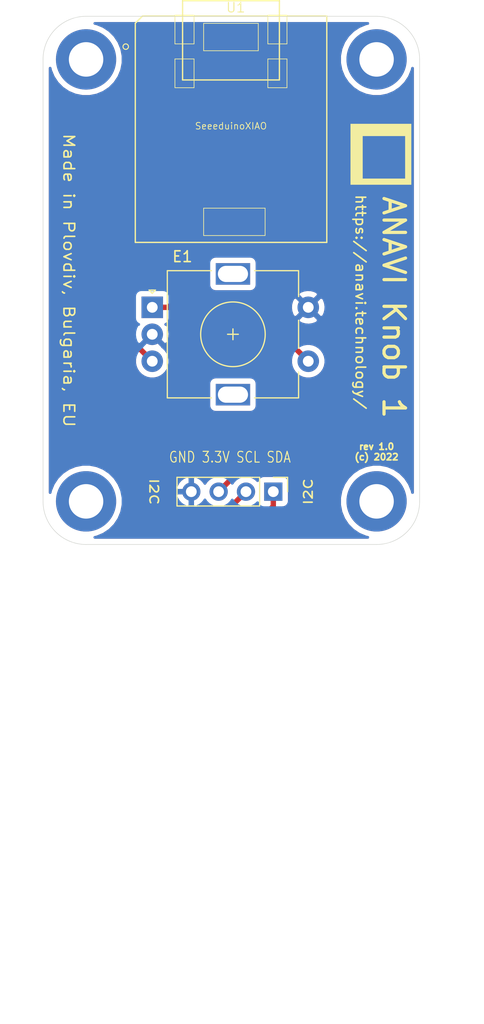
<source format=kicad_pcb>
(kicad_pcb (version 20171130) (host pcbnew 5.1.5+dfsg1-2build2)
  (layers (0 F.Cu signal) (31 B.Cu signal) (34 B.Paste user) (35 F.Paste user) (36 B.SilkS user) (37 F.SilkS user) (38 B.Mask user) (39 F.Mask user) (44 Edge.Cuts user))
  (net 0 "")
  (net 1 "Net-(E1-PadS1)")
  (net 2 GND)
  (net 3 "Net-(E1-PadB)")
  (net 4 "Net-(E1-PadA)")
  (net 5 "Net-(J1-Pad1)")
  (net 6 "Net-(J1-Pad2)")
  (net 7 +3V3)
  (module logo:anavi-logo (layer F.Cu) (at 140.4 59.3 270)
    (fp_text reference G*** hide)
    (fp_text value LOGO hide)
    (fp_poly (pts (xy 2.822222 2.822222) (xy -2.822222 2.822222) (xy -2.822222 -2.257778) (xy -1.693333 -2.257778) (xy -1.693333 1.693334) (xy 2.257778 1.693334) (xy 2.257778 -2.257778) (xy -1.693333 -2.257778) (xy -2.822222 -2.257778) (xy -2.822222 -2.822222) (xy 2.822222 -2.822222) (xy 2.822222 2.822222)) (layer F.SilkS) (width 0.01))
  )
  (module MountingHole:MountingHole_3.2mm_M3_DIN965_Pad (layer F.Cu) (at 113 91.5)
    (fp_text reference REF** hide)
    (fp_text value MountingHole_3.2mm_M3_DIN965_Pad hide)
    (pad 4 thru_hole circle (at 0 0) (size 5.6 5.6) (drill 3.2) (layers *.Cu *.Mask))
  )
  (module MountingHole:MountingHole_3.2mm_M3_DIN965_Pad (layer F.Cu) (at 140 91.5)
    (fp_text reference REF** hide)
    (fp_text value MountingHole_3.2mm_M3_DIN965_Pad hide)
    (pad 3 thru_hole circle (at 0 0) (size 5.6 5.6) (drill 3.2) (layers *.Cu *.Mask))
  )
  (module MountingHole:MountingHole_3.2mm_M3_DIN965_Pad (layer F.Cu) (at 113 50.5)
    (fp_text reference REF** hide)
    (fp_text value MountingHole_3.2mm_M3_DIN965_Pad hide)
    (pad 1 thru_hole circle (at 0 0) (size 5.6 5.6) (drill 3.2) (layers *.Cu *.Mask))
  )
  (module MountingHole:MountingHole_3.2mm_M3_DIN965_Pad (layer F.Cu) (at 140 50.5)
    (fp_text reference REF** hide)
    (fp_text value MountingHole_3.2mm_M3_DIN965_Pad hide)
    (pad 2 thru_hole circle (at 0 0) (size 5.6 5.6) (drill 3.2) (layers *.Cu *.Mask))
  )
  (module Rotary_Encoder:RotaryEncoder_Alps_EC11E-Switch_Vertical_H20mm (layer F.Cu) (at 119.15 73.5)
    (fp_text reference E1 (at 2.8 -4.7) (layer F.SilkS))
    (fp_text value Rotary_Encoder_Switch)
    (fp_line (start 7 2.5) (end 8 2.5) (layer F.SilkS) (width 0.12))
    (fp_line (start 7.5 2) (end 7.5 3) (layer F.SilkS) (width 0.12))
    (fp_line (start 13.6 6) (end 13.6 8.4) (layer F.SilkS) (width 0.12))
    (fp_line (start 13.6 1.2) (end 13.6 3.8) (layer F.SilkS) (width 0.12))
    (fp_line (start 13.6 -3.4) (end 13.6 -1) (layer F.SilkS) (width 0.12))
    (fp_line (start 0.3 -1.6) (end 0 -1.3) (layer F.SilkS) (width 0.12))
    (fp_line (start -0.3 -1.6) (end 0.3 -1.6) (layer F.SilkS) (width 0.12))
    (fp_line (start 0 -1.3) (end -0.3 -1.6) (layer F.SilkS) (width 0.12))
    (fp_line (start 1.4 -3.4) (end 1.4 8.4) (layer F.SilkS) (width 0.12))
    (fp_line (start 5.5 -3.4) (end 1.4 -3.4) (layer F.SilkS) (width 0.12))
    (fp_line (start 5.5 8.4) (end 1.4 8.4) (layer F.SilkS) (width 0.12))
    (fp_line (start 13.6 8.4) (end 9.5 8.4) (layer F.SilkS) (width 0.12))
    (fp_line (start 9.5 -3.4) (end 13.6 -3.4) (layer F.SilkS) (width 0.12))
    (fp_circle (center 7.5 2.5) (end 10.5 2.5) (layer F.SilkS) (width 0.12))
    (pad S1 thru_hole circle (at 14.5 5) (size 2 2) (drill 1) (layers *.Cu *.Mask) (net 1 "Net-(E1-PadS1)"))
    (pad S2 thru_hole circle (at 14.5 0) (size 2 2) (drill 1) (layers *.Cu *.Mask) (net 2 GND))
    (pad MP thru_hole rect (at 7.5 8.1) (size 3.2 2) (drill oval 2.8 1.5) (layers *.Cu *.Mask))
    (pad MP thru_hole rect (at 7.5 -3.1) (size 3.2 2) (drill oval 2.8 1.5) (layers *.Cu *.Mask))
    (pad B thru_hole circle (at 0 5) (size 2 2) (drill 1) (layers *.Cu *.Mask) (net 3 "Net-(E1-PadB)"))
    (pad C thru_hole circle (at 0 2.5) (size 2 2) (drill 1) (layers *.Cu *.Mask) (net 2 GND))
    (pad A thru_hole rect (at 0 0) (size 2 2) (drill 1) (layers *.Cu *.Mask) (net 4 "Net-(E1-PadA)"))
  )
  (module Connector_PinHeader_2.54mm:PinHeader_1x04_P2.54mm_Vertical (layer F.Cu) (at 130.4 90.6 270)
    (fp_text reference I2C (at 0 -3.25 90) (layer F.SilkS) (effects (font (size 0.8 1))))
    (fp_text value Conn_01x04_Female hide)
    (fp_line (start -1.33 8.95) (end 1.33 8.95) (layer F.SilkS) (width 0.12))
    (fp_line (start -1.33 1.27) (end -1.33 8.95) (layer F.SilkS) (width 0.12))
    (fp_line (start 1.33 1.27) (end 1.33 8.95) (layer F.SilkS) (width 0.12))
    (fp_line (start -1.33 1.27) (end 1.33 1.27) (layer F.SilkS) (width 0.12))
    (fp_line (start -1.33 0) (end -1.33 -1.33) (layer F.SilkS) (width 0.12))
    (fp_line (start -1.33 -1.33) (end 0 -1.33) (layer F.SilkS) (width 0.12))
    (pad 1 thru_hole rect (at 0 0 270) (size 1.7 1.7) (drill 1) (layers *.Cu *.Mask) (net 5 "Net-(J1-Pad1)"))
    (pad 2 thru_hole oval (at 0 2.54 270) (size 1.7 1.7) (drill 1) (layers *.Cu *.Mask) (net 6 "Net-(J1-Pad2)"))
    (pad 3 thru_hole oval (at 0 5.08 270) (size 1.7 1.7) (drill 1) (layers *.Cu *.Mask) (net 7 +3V3))
    (pad 4 thru_hole oval (at 0 7.62 270) (size 1.7 1.7) (drill 1) (layers *.Cu *.Mask) (net 2 GND))
  )
  (module "xiao:Seeeduino XIAO-MOUDLE14P-2.54-21X17.8MM" (layer F.Cu) (at 117.575 67.475)
    (fp_text reference U1 (at 9.3345 -21.7805) (layer F.SilkS) (effects (font (size 0.889 0.889) (thickness 0.1016))))
    (fp_text value SeeeduinoXIAO (at 8.89 -10.795) (layer F.SilkS) (effects (font (size 0.6096 0.6096) (thickness 0.0762))))
    (fp_circle (center -0.889 -18.161) (end -0.889 -18.415) (layer F.SilkS) (width 0.1))
    (fp_line (start 4.3942 -15.06982) (end 4.3942 -22.42312) (layer F.SilkS) (width 0.127))
    (fp_line (start 13.39342 -15.06982) (end 4.3942 -15.06982) (layer F.SilkS) (width 0.127))
    (fp_line (start 13.39342 -22.42312) (end 13.39342 -15.06982) (layer F.SilkS) (width 0.127))
    (fp_line (start 4.39928 -22.42312) (end 13.39342 -22.42312) (layer F.SilkS) (width 0.127))
    (fp_line (start 0 -20.32762) (end 0 0) (layer F.SilkS) (width 0.127))
    (fp_line (start 0.67056 -20.99818) (end 0 -20.32762) (layer F.SilkS) (width 0.127))
    (fp_line (start 17.79778 -20.99818) (end 0.67056 -20.99818) (layer F.SilkS) (width 0.127))
    (fp_line (start 17.79778 0) (end 17.79778 -20.99818) (layer F.SilkS) (width 0.127))
    (fp_line (start 0 0) (end 17.79778 0) (layer F.SilkS) (width 0.127))
    (fp_line (start 12.319 -18.415) (end 12.319 -21.082) (layer F.SilkS) (width 0.06604))
    (fp_line (start 12.319 -21.082) (end 14.097 -21.082) (layer F.SilkS) (width 0.06604))
    (fp_line (start 14.097 -18.415) (end 14.097 -21.082) (layer F.SilkS) (width 0.06604))
    (fp_line (start 12.319 -18.415) (end 14.097 -18.415) (layer F.SilkS) (width 0.06604))
    (fp_line (start 12.319 -14.34846) (end 12.319 -17.018) (layer F.SilkS) (width 0.06604))
    (fp_line (start 12.319 -17.018) (end 14.097 -17.018) (layer F.SilkS) (width 0.06604))
    (fp_line (start 14.097 -14.34846) (end 14.097 -17.018) (layer F.SilkS) (width 0.06604))
    (fp_line (start 12.319 -14.34846) (end 14.097 -14.34846) (layer F.SilkS) (width 0.06604))
    (fp_line (start 3.683 -14.34846) (end 3.683 -17.018) (layer F.SilkS) (width 0.06604))
    (fp_line (start 3.683 -17.018) (end 5.461 -17.018) (layer F.SilkS) (width 0.06604))
    (fp_line (start 5.461 -14.34846) (end 5.461 -17.018) (layer F.SilkS) (width 0.06604))
    (fp_line (start 3.683 -14.34846) (end 5.461 -14.34846) (layer F.SilkS) (width 0.06604))
    (fp_line (start 3.683 -18.415) (end 3.683 -21.082) (layer F.SilkS) (width 0.06604))
    (fp_line (start 3.683 -21.082) (end 5.461 -21.082) (layer F.SilkS) (width 0.06604))
    (fp_line (start 5.461 -18.415) (end 5.461 -21.082) (layer F.SilkS) (width 0.06604))
    (fp_line (start 3.683 -18.415) (end 5.461 -18.415) (layer F.SilkS) (width 0.06604))
    (fp_line (start 6.35 -0.635) (end 6.35 -3.175) (layer F.SilkS) (width 0.06604))
    (fp_line (start 6.35 -3.175) (end 12.065 -3.175) (layer F.SilkS) (width 0.06604))
    (fp_line (start 12.065 -0.635) (end 12.065 -3.175) (layer F.SilkS) (width 0.06604))
    (fp_line (start 6.35 -0.635) (end 12.065 -0.635) (layer F.SilkS) (width 0.06604))
    (fp_line (start 6.35 -17.78) (end 6.35 -20.32) (layer F.SilkS) (width 0.06604))
    (fp_line (start 6.35 -20.32) (end 11.43 -20.32) (layer F.SilkS) (width 0.06604))
    (fp_line (start 11.43 -17.78) (end 11.43 -20.32) (layer F.SilkS) (width 0.06604))
    (fp_line (start 6.35 -17.78) (end 11.43 -17.78) (layer F.SilkS) (width 0.06604))
    (pad 14 smd oval (at 16.99768 -18.11782) (size 2.74828 1.99898) (layers F.Cu F.Paste F.Mask))
    (pad 13 smd oval (at 16.99768 -15.57782) (size 2.74828 1.99898) (layers F.Cu F.Paste F.Mask) (net 2 GND))
    (pad 12 smd oval (at 16.99768 -13.03782) (size 2.74828 1.99898) (layers F.Cu F.Paste F.Mask) (net 7 +3V3))
    (pad 11 smd oval (at 16.99768 -10.49782) (size 2.74828 1.99898) (layers F.Cu F.Paste F.Mask))
    (pad 10 smd oval (at 16.99768 -7.95782) (size 2.74828 1.99898) (layers F.Cu F.Paste F.Mask))
    (pad 9 smd oval (at 16.99768 -5.41782) (size 2.74828 1.99898) (layers F.Cu F.Paste F.Mask))
    (pad 8 smd oval (at 16.99768 -2.87782) (size 2.74828 1.99898) (layers F.Cu F.Paste F.Mask))
    (pad 7 smd oval (at 0.83312 -2.87782) (size 2.74828 1.99898) (layers F.Cu F.Paste F.Mask))
    (pad 6 smd oval (at 0.83312 -5.41782) (size 2.74828 1.99898) (layers F.Cu F.Paste F.Mask) (net 6 "Net-(J1-Pad2)"))
    (pad 5 smd oval (at 0.83312 -7.95782) (size 2.74828 1.99898) (layers F.Cu F.Paste F.Mask) (net 5 "Net-(J1-Pad1)"))
    (pad 4 smd oval (at 0.83312 -10.49782) (size 2.74828 1.99898) (layers F.Cu F.Paste F.Mask))
    (pad 3 smd oval (at 0.83312 -13.03782) (size 2.74828 1.99898) (layers F.Cu F.Paste F.Mask) (net 3 "Net-(E1-PadB)"))
    (pad 2 smd oval (at 0.83312 -15.57782) (size 2.74828 1.99898) (layers F.Cu F.Paste F.Mask) (net 4 "Net-(E1-PadA)"))
    (pad 1 smd oval (at 0.83312 -18.11782) (size 2.74828 1.99898) (layers F.Cu F.Paste F.Mask) (net 1 "Net-(E1-PadS1)"))
    (pad 15 smd oval (at 7.7 -1.8 90) (size 2.032 1.016) (layers F.Cu F.Paste F.Mask))
    (pad 16 smd oval (at 10.25 -1.8 90) (size 2.032 1.016) (layers F.Cu F.Paste F.Mask))
    (pad 17 smd circle (at 7.698803 -18.804187 90) (size 1.143 1.143) (layers F.Cu F.Paste F.Mask))
    (pad 18 smd circle (at 10.238803 -18.804187 90) (size 1.143 1.143) (layers F.Cu F.Paste F.Mask))
    (pad 19 smd circle (at 7.698803 -16.264187 90) (size 1.143 1.143) (layers F.Cu F.Paste F.Mask))
    (pad 20 smd circle (at 10.238803 -16.264187 90) (size 1.143 1.143) (layers F.Cu F.Paste F.Mask))
  )
  (gr_line (start 109 91.5) (end 109 50.5) (layer Edge.Cuts) (width 0.05))
  (gr_line (start 144 50.5) (end 144 91.5) (layer Edge.Cuts) (width 0.05))
  (gr_text "rev 1.0\n(c) 2022" (at 140 86.9) (layer F.SilkS) (effects (font (size 0.6 0.6))))
  (gr_text "Made in Plovdiv, Bulgaria, EU" (at 111.4 71 270) (layer F.SilkS) (effects (font (size 1 1.2))))
  (gr_text https://anavi.technology/ (at 138.5 73 270) (layer F.SilkS) (effects (font (size 0.9 1))))
  (gr_text "ANAVI Knob 1" (at 141.6 73.5 270) (layer F.SilkS) (effects (font (size 2 2) (thickness 0.3))))
  (gr_text I2C (at 119.3 90.6 270) (layer F.SilkS) (effects (font (size 0.8 1))))
  (gr_text "GND 3.3V SCL SDA" (at 126.37 87.4) (layer F.SilkS) (effects (font (size 1 0.8) (thickness 0.1))))
  (gr_line (start 140 95.5) (end 113 95.5) (layer Edge.Cuts) (width 0.05))
  (gr_line (start 113 46.5) (end 140 46.5) (layer Edge.Cuts) (width 0.05))
  (gr_arc (start 140 50.5) (end 144 50.5) (angle -90) (layer Edge.Cuts) (width 0.05))
  (gr_arc (start 113 50.5) (end 113 46.5) (angle -90) (layer Edge.Cuts) (width 0.05))
  (gr_arc (start 140 91.5) (end 140 95.5) (angle -90) (layer Edge.Cuts) (width 0.05))
  (gr_arc (start 113 91.5) (end 109 91.5) (angle -90) (layer Edge.Cuts) (width 0.05))
  (segment (start 133.65 78.5) (end 130.2 75.05) (width 0.5) (layer F.Cu) (net 1))
  (segment (start 120.28226 49.35718) (end 118.40812 49.35718) (width 0.5) (layer F.Cu) (net 1))
  (segment (start 130.2 59.27492) (end 120.28226 49.35718) (width 0.5) (layer F.Cu) (net 1))
  (segment (start 130.2 75.05) (end 130.2 59.27492) (width 0.5) (layer F.Cu) (net 1))
  (segment (start 120.28226 54.43718) (end 122.175 56.32992) (width 0.5) (layer F.Cu) (net 3))
  (segment (start 118.40812 54.43718) (end 120.28226 54.43718) (width 0.5) (layer F.Cu) (net 3))
  (segment (start 122.175 56.32992) (end 122.175 65.225) (width 0.5) (layer F.Cu) (net 3))
  (segment (start 122.175 65.225) (end 117 70.4) (width 0.5) (layer F.Cu) (net 3))
  (segment (start 117 76.35) (end 119.15 78.5) (width 0.5) (layer F.Cu) (net 3))
  (segment (start 117 70.4) (end 117 76.35) (width 0.5) (layer F.Cu) (net 3))
  (segment (start 118.40812 51.89718) (end 120.28226 51.89718) (width 0.5) (layer F.Cu) (net 4))
  (segment (start 120.28226 51.89718) (end 123.675 55.28992) (width 0.5) (layer F.Cu) (net 4))
  (segment (start 120.65 73.5) (end 119.15 73.5) (width 0.5) (layer F.Cu) (net 4))
  (segment (start 123.675 70.475) (end 120.65 73.5) (width 0.5) (layer F.Cu) (net 4))
  (segment (start 123.675 55.28992) (end 123.675 70.475) (width 0.5) (layer F.Cu) (net 4))
  (segment (start 118.40812 59.51718) (end 118.013306 59.51718) (width 0.5) (layer F.Cu) (net 5))
  (segment (start 113 80) (end 117 84) (width 0.5) (layer F.Cu) (net 5))
  (segment (start 113 62) (end 113 80) (width 0.5) (layer F.Cu) (net 5))
  (segment (start 115.48282 59.51718) (end 113 62) (width 0.5) (layer F.Cu) (net 5))
  (segment (start 118.40812 59.51718) (end 115.48282 59.51718) (width 0.5) (layer F.Cu) (net 5))
  (segment (start 117 84) (end 117 91.1) (width 0.5) (layer F.Cu) (net 5))
  (segment (start 117 91.1) (end 119.7 93.8) (width 0.5) (layer F.Cu) (net 5))
  (segment (start 130.4 91.95) (end 130.4 90.6) (width 0.5) (layer F.Cu) (net 5))
  (segment (start 128.55 93.8) (end 130.4 91.95) (width 0.5) (layer F.Cu) (net 5))
  (segment (start 119.7 93.8) (end 128.55 93.8) (width 0.5) (layer F.Cu) (net 5))
  (segment (start 121.8 92.5) (end 125.96 92.5) (width 0.5) (layer F.Cu) (net 6))
  (segment (start 118.2 88.9) (end 121.8 92.5) (width 0.5) (layer F.Cu) (net 6))
  (segment (start 125.96 92.5) (end 127.86 90.6) (width 0.5) (layer F.Cu) (net 6))
  (segment (start 118.2 82.9) (end 118.2 88.9) (width 0.5) (layer F.Cu) (net 6))
  (segment (start 115.3 80) (end 118.2 82.9) (width 0.5) (layer F.Cu) (net 6))
  (segment (start 115.3 63.29116) (end 115.3 80) (width 0.5) (layer F.Cu) (net 6))
  (segment (start 116.53398 62.05718) (end 115.3 63.29116) (width 0.5) (layer F.Cu) (net 6))
  (segment (start 118.40812 62.05718) (end 116.53398 62.05718) (width 0.5) (layer F.Cu) (net 6))
  (segment (start 136.44682 54.43718) (end 137 54.99036) (width 0.5) (layer F.Cu) (net 7))
  (segment (start 134.57268 54.43718) (end 136.44682 54.43718) (width 0.5) (layer F.Cu) (net 7))
  (segment (start 137 54.99036) (end 137 83) (width 0.5) (layer F.Cu) (net 7))
  (segment (start 125.32 90.6) (end 130.72 85.2) (width 0.5) (layer F.Cu) (net 7))
  (segment (start 134.8 85.2) (end 137 83) (width 0.5) (layer F.Cu) (net 7))
  (segment (start 130.72 85.2) (end 134.8 85.2) (width 0.5) (layer F.Cu) (net 7))
  (zone (net 2) (net_name GND) (layer F.Cu) (connect_pads (clearance 0.508)) (min_thickness 0.254) (fill yes (arc_segments 32) (thermal_gap 0.508) (thermal_bridge_width 0.508))
    (polygon (pts (xy 150 140) (xy 105 140) (xy 105 45) (xy 150 45)))
  )
  (zone (net 2) (net_name GND) (layer B.Cu) (connect_pads (clearance 0.508)) (min_thickness 0.254) (fill yes (arc_segments 32) (thermal_gap 0.508) (thermal_bridge_width 0.508))
    (polygon (pts (xy 150 140) (xy 105 140) (xy 105 45) (xy 150 45)))
  )
)
</source>
